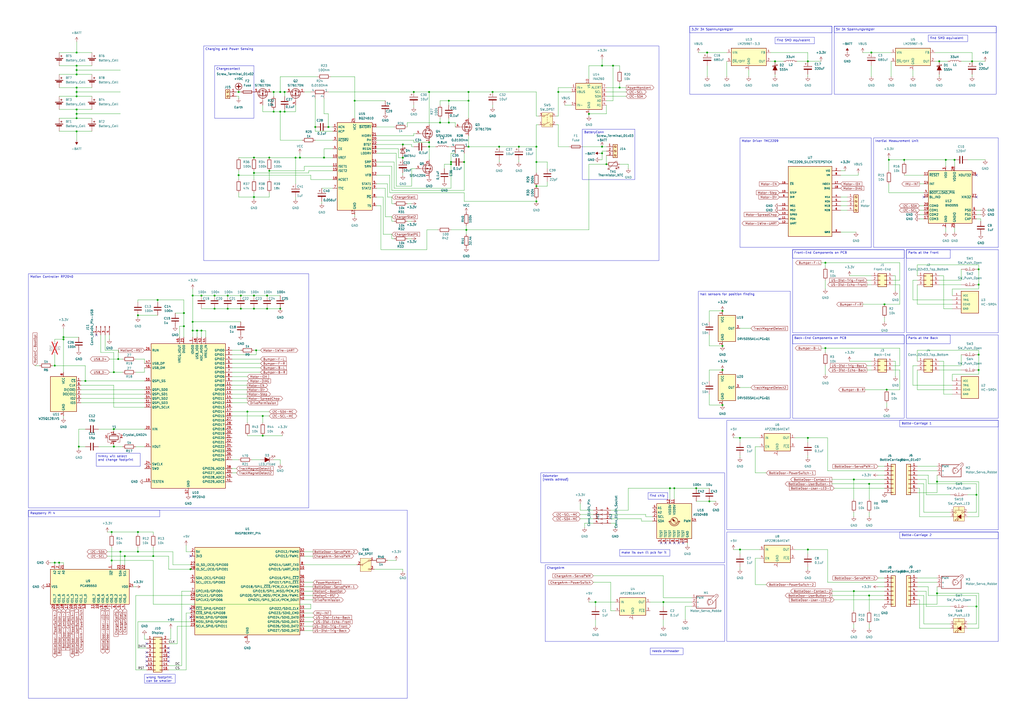
<source format=kicad_sch>
(kicad_sch
	(version 20231120)
	(generator "eeschema")
	(generator_version "8.0")
	(uuid "10e9ed1f-81fe-4a04-a219-cef72219a4ee")
	(paper "A2")
	
	(junction
		(at 429.26 318.77)
		(diameter 0)
		(color 0 0 0 0)
		(uuid "03268f60-248c-430f-9a48-def6cb6c976e")
	)
	(junction
		(at 148.59 203.2)
		(diameter 0)
		(color 0 0 0 0)
		(uuid "04234bed-4ba9-40ef-ac16-7d8ec800186b")
	)
	(junction
		(at 410.21 30.48)
		(diameter 0)
		(color 0 0 0 0)
		(uuid "06870aa4-4c9b-477d-9f05-4ca4de8f6a4d")
	)
	(junction
		(at 147.32 91.44)
		(diameter 0)
		(color 0 0 0 0)
		(uuid "078e93f4-ef9b-4a26-8fc8-7cb6440c9d83")
	)
	(junction
		(at 44.45 50.8)
		(diameter 0)
		(color 0 0 0 0)
		(uuid "083aae67-81c3-4ec2-bf4a-336ec22f72e9")
	)
	(junction
		(at 567.69 156.21)
		(diameter 0)
		(color 0 0 0 0)
		(uuid "0a9bdb1e-9b3a-41f4-835f-eeec191ae320")
	)
	(junction
		(at 138.43 53.34)
		(diameter 0)
		(color 0 0 0 0)
		(uuid "0c36acff-a6fa-4aad-8de9-5a58c137780b")
	)
	(junction
		(at 205.74 58.42)
		(diameter 0)
		(color 0 0 0 0)
		(uuid "0fa84823-55a1-466b-9cc3-bd54f6acb385")
	)
	(junction
		(at 514.35 226.06)
		(diameter 0)
		(color 0 0 0 0)
		(uuid "1164d9f6-d69f-4765-bfe4-5ec41bb5ffc7")
	)
	(junction
		(at 270.51 133.35)
		(diameter 0)
		(color 0 0 0 0)
		(uuid "1591bc0a-595e-4743-a95b-031ef01c08e6")
	)
	(junction
		(at 248.92 53.34)
		(diameter 0)
		(color 0 0 0 0)
		(uuid "1679ec30-b595-4bc8-847c-00c67a55e84a")
	)
	(junction
		(at 411.48 290.83)
		(diameter 0)
		(color 0 0 0 0)
		(uuid "1b8fa2c7-fa8e-4998-809b-20561d475fbb")
	)
	(junction
		(at 36.83 195.58)
		(diameter 0)
		(color 0 0 0 0)
		(uuid "21be0d6d-08dd-4c6b-8dde-b3409b7daccd")
	)
	(junction
		(at 91.44 173.99)
		(diameter 0)
		(color 0 0 0 0)
		(uuid "22a4d2dd-f848-4193-8541-955420f6e17d")
	)
	(junction
		(at 44.45 68.58)
		(diameter 0)
		(color 0 0 0 0)
		(uuid "2421b6f1-9351-4b09-9d81-3293799c07ca")
	)
	(junction
		(at 543.56 279.4)
		(diameter 0)
		(color 0 0 0 0)
		(uuid "25fc08dd-dbcb-4986-8d99-a9d615e74609")
	)
	(junction
		(at 44.45 30.48)
		(diameter 0)
		(color 0 0 0 0)
		(uuid "265fbd34-c236-4afc-b472-ab5f7b1865f2")
	)
	(junction
		(at 64.77 325.12)
		(diameter 0)
		(color 0 0 0 0)
		(uuid "277e0764-7927-4216-849d-6bc3b8e09a44")
	)
	(junction
		(at 139.7 179.07)
		(diameter 0)
		(color 0 0 0 0)
		(uuid "29426718-41a1-4fab-a69c-de55200420f5")
	)
	(junction
		(at 44.45 43.18)
		(diameter 0)
		(color 0 0 0 0)
		(uuid "29b5096b-a417-4d8d-8959-38c8fd1009d5")
	)
	(junction
		(at 173.99 91.44)
		(diameter 0)
		(color 0 0 0 0)
		(uuid "2b369410-99bd-4582-9d81-3d76128a213a")
	)
	(junction
		(at 80.01 182.88)
		(diameter 0)
		(color 0 0 0 0)
		(uuid "2d0abeda-aac0-4388-a19d-3bc6f581aa05")
	)
	(junction
		(at 44.45 76.2)
		(diameter 0)
		(color 0 0 0 0)
		(uuid "2d1447b9-e1f8-416e-9e68-2f3a93be7887")
	)
	(junction
		(at 116.84 191.77)
		(diameter 0)
		(color 0 0 0 0)
		(uuid "2e7fad9a-09d7-4161-afc3-42855f89e07f")
	)
	(junction
		(at 187.96 91.44)
		(diameter 0)
		(color 0 0 0 0)
		(uuid "2fb5237e-5a20-44ce-8f36-963c438a2351")
	)
	(junction
		(at 147.32 179.07)
		(diameter 0)
		(color 0 0 0 0)
		(uuid "2fdf82e2-3891-4bd7-be3f-e7514a4bef5c")
	)
	(junction
		(at 311.15 85.09)
		(diameter 0)
		(color 0 0 0 0)
		(uuid "311f4d38-041f-4193-974d-1c83fbb67e88")
	)
	(junction
		(at 248.92 85.09)
		(diameter 0)
		(color 0 0 0 0)
		(uuid "35ac3a86-2b3b-4a03-adb1-0a5eb95a4bba")
	)
	(junction
		(at 124.46 179.07)
		(diameter 0)
		(color 0 0 0 0)
		(uuid "39a70374-4daf-4db7-bf38-bf4c46ca5dc6")
	)
	(junction
		(at 124.46 171.45)
		(diameter 0)
		(color 0 0 0 0)
		(uuid "3c018187-1d9c-4d03-8c02-29d04cab6f36")
	)
	(junction
		(at 88.9 322.58)
		(diameter 0)
		(color 0 0 0 0)
		(uuid "3ee83e4e-3370-4ed8-bcc6-114de62898d7")
	)
	(junction
		(at 349.25 38.1)
		(diameter 0)
		(color 0 0 0 0)
		(uuid "3eea0a00-3e9a-4c07-bf8c-cd1e7c4edf62")
	)
	(junction
		(at 147.32 100.33)
		(diameter 0)
		(color 0 0 0 0)
		(uuid "41cacee7-f5a4-4feb-90d3-5b89c79d1be2")
	)
	(junction
		(at 147.32 171.45)
		(diameter 0)
		(color 0 0 0 0)
		(uuid "451af065-1b1a-4969-88c6-18b12c3eaf4b")
	)
	(junction
		(at 513.08 176.53)
		(diameter 0)
		(color 0 0 0 0)
		(uuid "46e71d5b-0486-4156-82c5-6cd1b8ff00c5")
	)
	(junction
		(at 116.84 171.45)
		(diameter 0)
		(color 0 0 0 0)
		(uuid "470f61d3-5f15-44b3-9be8-d7ad98c6cb59")
	)
	(junction
		(at 419.1 234.95)
		(diameter 0)
		(color 0 0 0 0)
		(uuid "48971dba-eda7-491c-8cff-cff1d10cc4ba")
	)
	(junction
		(at 355.6 38.1)
		(diameter 0)
		(color 0 0 0 0)
		(uuid "4a08adb7-ea48-4326-a6c2-0515fd040642")
	)
	(junction
		(at 311.15 107.95)
		(diameter 0)
		(color 0 0 0 0)
		(uuid "4c87b946-ba01-4b69-b1a9-9e7e6044b062")
	)
	(junction
		(at 31.75 212.09)
		(diameter 0)
		(color 0 0 0 0)
		(uuid "4f324c9b-e82a-4655-af45-70ad70b76b07")
	)
	(junction
		(at 165.1 64.77)
		(diameter 0)
		(color 0 0 0 0)
		(uuid "4f5c7b81-43d6-4512-a1ff-f2767706b81b")
	)
	(junction
		(at 80.01 308.61)
		(diameter 0)
		(color 0 0 0 0)
		(uuid "4fafc432-26d7-4c70-844e-cbe5d393e13c")
	)
	(junction
		(at 68.58 208.28)
		(diameter 0)
		(color 0 0 0 0)
		(uuid "515f183c-9db6-4e5c-a04a-45e2e5b7cfce")
	)
	(junction
		(at 260.35 71.12)
		(diameter 0)
		(color 0 0 0 0)
		(uuid "51a07f6d-fef6-4ded-b7b5-940b5c2502f1")
	)
	(junction
		(at 563.88 35.56)
		(diameter 0)
		(color 0 0 0 0)
		(uuid "55e24700-a976-46b6-9a5e-322947c19269")
	)
	(junction
		(at 261.62 95.25)
		(diameter 0)
		(color 0 0 0 0)
		(uuid "5648a747-6913-4918-8ca5-acc9f5883311")
	)
	(junction
		(at 504.19 345.44)
		(diameter 0)
		(color 0 0 0 0)
		(uuid "57161dd7-66d7-4a82-9a79-eaa5c269842f")
	)
	(junction
		(at 419.1 214.63)
		(diameter 0)
		(color 0 0 0 0)
		(uuid "58941ba0-49a2-4b85-9a74-91b8353490af")
	)
	(junction
		(at 248.92 82.55)
		(diameter 0)
		(color 0 0 0 0)
		(uuid "594a1fa7-7f41-4e93-aa45-4e1c30e0c436")
	)
	(junction
		(at 567.69 214.63)
		(diameter 0)
		(color 0 0 0 0)
		(uuid "594cf67e-7a44-4414-8f11-a3da63be89bc")
	)
	(junction
		(at 255.27 71.12)
		(diameter 0)
		(color 0 0 0 0)
		(uuid "5cb3f681-a5b8-4722-b634-c4ebdba652ce")
	)
	(junction
		(at 548.64 92.71)
		(diameter 0)
		(color 0 0 0 0)
		(uuid "5eef07a4-476c-4d20-ab85-4e2f6966be7d")
	)
	(junction
		(at 419.1 180.34)
		(diameter 0)
		(color 0 0 0 0)
		(uuid "6897ca32-27ac-491f-81b3-db9981cbe5a5")
	)
	(junction
		(at 567.69 205.74)
		(diameter 0)
		(color 0 0 0 0)
		(uuid "6a3dc16e-cbd1-4799-aa60-2efd10351d35")
	)
	(junction
		(at 261.62 93.98)
		(diameter 0)
		(color 0 0 0 0)
		(uuid "6bda25a7-d433-4177-8a8c-e3ecc441d877")
	)
	(junction
		(at 111.76 191.77)
		(diameter 0)
		(color 0 0 0 0)
		(uuid "6d65149c-99e1-48b1-afd4-3fc0a4e61402")
	)
	(junction
		(at 311.15 93.98)
		(diameter 0)
		(color 0 0 0 0)
		(uuid "6ef56cb4-6ee0-4075-bb1b-a819c1239ddb")
	)
	(junction
		(at 44.45 66.04)
		(diameter 0)
		(color 0 0 0 0)
		(uuid "6f780dc5-431b-4107-8aa6-7a7b80f485db")
	)
	(junction
		(at 80.01 320.04)
		(diameter 0)
		(color 0 0 0 0)
		(uuid "7008afad-ebe6-4b0c-994b-1ffb34cb38c0")
	)
	(junction
		(at 495.3 278.13)
		(diameter 0)
		(color 0 0 0 0)
		(uuid "75888cbd-2c9c-44cc-a124-d721d5a43a54")
	)
	(junction
		(at 66.04 259.08)
		(diameter 0)
		(color 0 0 0 0)
		(uuid "75b73604-a04b-4e5e-8f2b-d7112a354c76")
	)
	(junction
		(at 152.4 252.73)
		(diameter 0)
		(color
... [509414 chars truncated]
</source>
